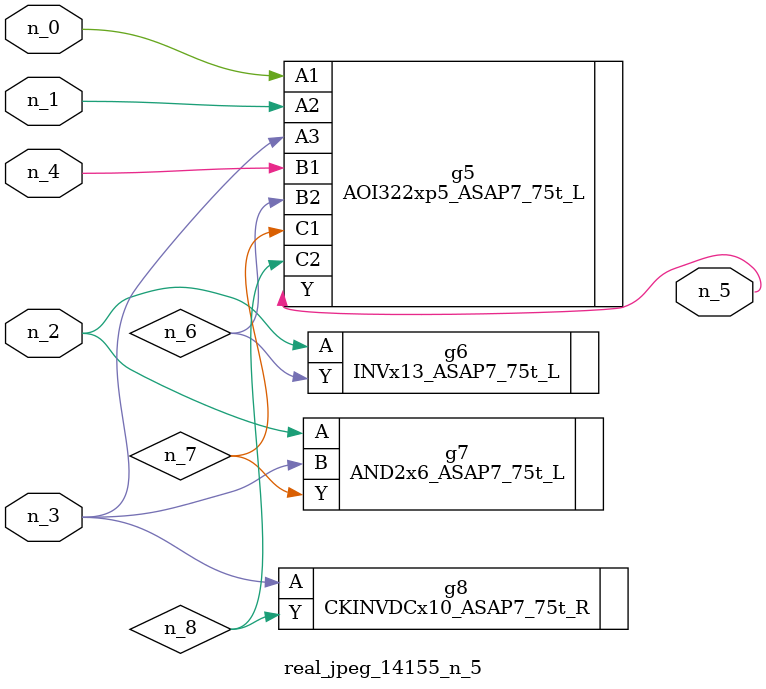
<source format=v>
module real_jpeg_14155_n_5 (n_4, n_0, n_1, n_2, n_3, n_5);

input n_4;
input n_0;
input n_1;
input n_2;
input n_3;

output n_5;

wire n_8;
wire n_6;
wire n_7;

AOI322xp5_ASAP7_75t_L g5 ( 
.A1(n_0),
.A2(n_1),
.A3(n_3),
.B1(n_4),
.B2(n_6),
.C1(n_7),
.C2(n_8),
.Y(n_5)
);

INVx13_ASAP7_75t_L g6 ( 
.A(n_2),
.Y(n_6)
);

AND2x6_ASAP7_75t_L g7 ( 
.A(n_2),
.B(n_3),
.Y(n_7)
);

CKINVDCx10_ASAP7_75t_R g8 ( 
.A(n_3),
.Y(n_8)
);


endmodule
</source>
